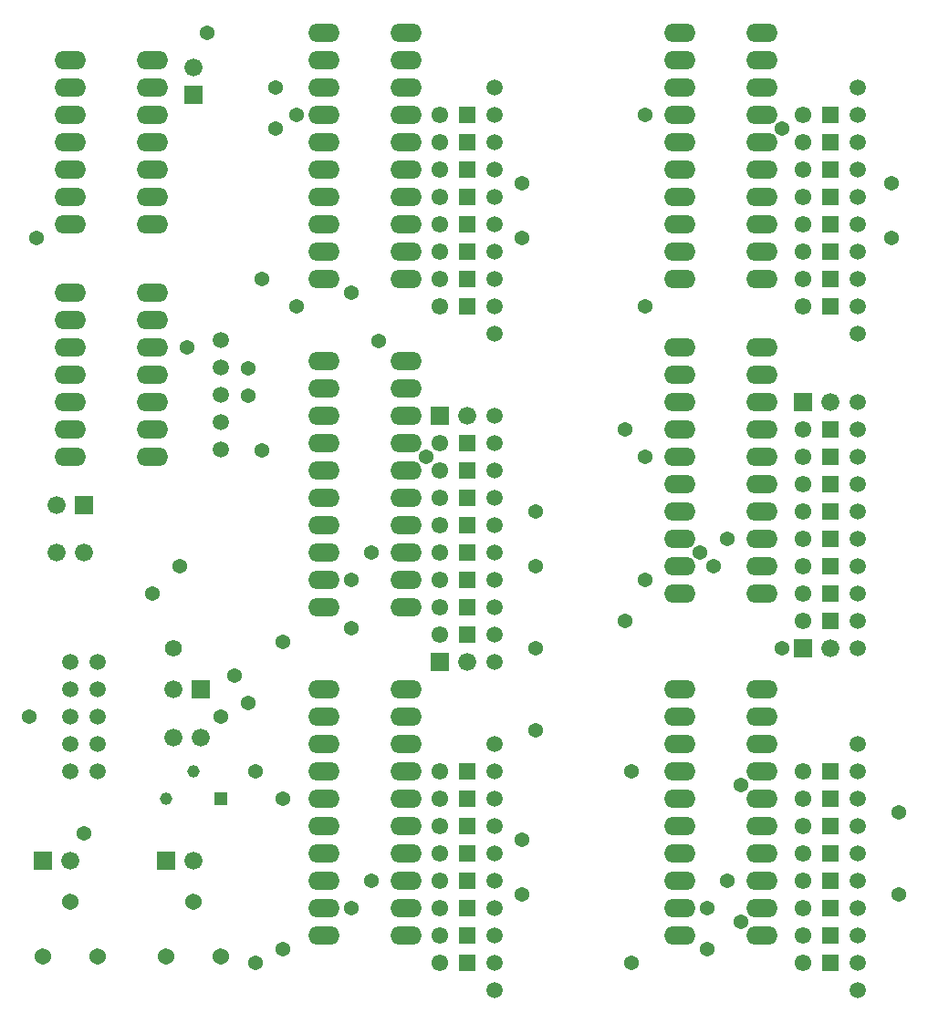
<source format=gbr>
G04 DesignSpark PCB Gerber Version 10.0 Build 5299*
G04 #@! TF.Part,Single*
G04 #@! TF.FileFunction,Soldermask,Bot*
G04 #@! TF.FilePolarity,Negative*
%FSLAX35Y35*%
%MOIN*%
G04 #@! TA.AperFunction,ComponentPad*
%ADD84R,0.04600X0.04600*%
%ADD89R,0.06100X0.06100*%
%ADD82R,0.06600X0.06600*%
%ADD85C,0.04600*%
G04 #@! TA.AperFunction,ViaPad*
%ADD79C,0.05400*%
G04 #@! TA.AperFunction,ComponentPad*
%ADD88C,0.05876*%
%ADD81C,0.05974*%
%ADD87C,0.06033*%
%ADD90C,0.06100*%
G04 #@! TA.AperFunction,ViaPad*
%ADD80C,0.06200*%
G04 #@! TA.AperFunction,ComponentPad*
%ADD83C,0.06600*%
%ADD86O,0.11600X0.06600*%
G04 #@! TD.AperFunction*
X0Y0D02*
D02*
D79*
X20250Y112750D03*
X22750Y287750D03*
X40250Y70250D03*
X65250Y157750D03*
X75250Y167750D03*
X77750Y247750D03*
X85250Y362750D03*
X90250Y112750D03*
X95250Y127750D03*
X100250Y117750D03*
Y230250D03*
Y240250D03*
X102750Y22750D03*
Y92750D03*
X105250Y210250D03*
Y272750D03*
X110250Y327750D03*
Y342750D03*
X112750Y27750D03*
Y82750D03*
Y140250D03*
X117750Y262750D03*
Y332750D03*
X137750Y42750D03*
Y145250D03*
Y162750D03*
Y267750D03*
X145250Y52750D03*
Y172750D03*
X147750Y250250D03*
X165250Y207750D03*
X200250Y47750D03*
Y67750D03*
Y287750D03*
Y307750D03*
X205250Y107750D03*
Y137750D03*
Y167750D03*
Y187750D03*
X237750Y147750D03*
Y217750D03*
X240250Y22750D03*
Y92750D03*
X245250Y162750D03*
Y207750D03*
Y262750D03*
Y332750D03*
X265250Y172750D03*
X267750Y27750D03*
Y42750D03*
X270250Y167750D03*
X275250Y52750D03*
Y177750D03*
X280250Y37750D03*
Y87750D03*
X295250Y137750D03*
Y327750D03*
X335250Y287750D03*
Y307750D03*
X337750Y47750D03*
Y77750D03*
D02*
D80*
X72750Y137750D03*
D02*
D81*
X35250Y92750D03*
Y102750D03*
Y112750D03*
Y122750D03*
Y132750D03*
X45250Y92750D03*
Y102750D03*
Y112750D03*
Y122750D03*
Y132750D03*
D02*
D82*
X25250Y60250D03*
X40250Y190250D03*
X70250Y60250D03*
X80250Y340250D03*
X82750Y122750D03*
X170250Y132750D03*
Y222750D03*
X302750Y137750D03*
Y227750D03*
D02*
D83*
X30250Y172750D03*
Y190250D03*
X35250Y60250D03*
X40250Y172750D03*
X72750Y105250D03*
Y122750D03*
X80250Y60250D03*
Y350250D03*
X82750Y105250D03*
X180250Y132750D03*
Y222750D03*
X312750Y137750D03*
Y227750D03*
D02*
D84*
X90250Y82750D03*
D02*
D85*
X70250D03*
X80250Y92750D03*
D02*
D86*
X35250Y207750D03*
Y217750D03*
Y227750D03*
Y237750D03*
Y247750D03*
Y257750D03*
Y267750D03*
Y292750D03*
Y302750D03*
Y312750D03*
Y322750D03*
Y332750D03*
Y342750D03*
Y352750D03*
X65250Y207750D03*
Y217750D03*
Y227750D03*
Y237750D03*
Y247750D03*
Y257750D03*
Y267750D03*
Y292750D03*
Y302750D03*
Y312750D03*
Y322750D03*
Y332750D03*
Y342750D03*
Y352750D03*
X127750Y32750D03*
Y42750D03*
Y52750D03*
Y62750D03*
Y72750D03*
Y82750D03*
Y92750D03*
Y102750D03*
Y112750D03*
Y122750D03*
Y152750D03*
Y162750D03*
Y172750D03*
Y182750D03*
Y192750D03*
Y202750D03*
Y212750D03*
Y222750D03*
Y232750D03*
Y242750D03*
Y272750D03*
Y282750D03*
Y292750D03*
Y302750D03*
Y312750D03*
Y322750D03*
Y332750D03*
Y342750D03*
Y352750D03*
Y362750D03*
X157750Y32750D03*
Y42750D03*
Y52750D03*
Y62750D03*
Y72750D03*
Y82750D03*
Y92750D03*
Y102750D03*
Y112750D03*
Y122750D03*
Y152750D03*
Y162750D03*
Y172750D03*
Y182750D03*
Y192750D03*
Y202750D03*
Y212750D03*
Y222750D03*
Y232750D03*
Y242750D03*
Y272750D03*
Y282750D03*
Y292750D03*
Y302750D03*
Y312750D03*
Y322750D03*
Y332750D03*
Y342750D03*
Y352750D03*
Y362750D03*
X257750Y32750D03*
Y42750D03*
Y52750D03*
Y62750D03*
Y72750D03*
Y82750D03*
Y92750D03*
Y102750D03*
Y112750D03*
Y122750D03*
Y157750D03*
Y167750D03*
Y177750D03*
Y187750D03*
Y197750D03*
Y207750D03*
Y217750D03*
Y227750D03*
Y237750D03*
Y247750D03*
Y272750D03*
Y282750D03*
Y292750D03*
Y302750D03*
Y312750D03*
Y322750D03*
Y332750D03*
Y342750D03*
Y352750D03*
Y362750D03*
X287750Y32750D03*
Y42750D03*
Y52750D03*
Y62750D03*
Y72750D03*
Y82750D03*
Y92750D03*
Y102750D03*
Y112750D03*
Y122750D03*
Y157750D03*
Y167750D03*
Y177750D03*
Y187750D03*
Y197750D03*
Y207750D03*
Y217750D03*
Y227750D03*
Y237750D03*
Y247750D03*
Y272750D03*
Y282750D03*
Y292750D03*
Y302750D03*
Y312750D03*
Y322750D03*
Y332750D03*
Y342750D03*
Y352750D03*
Y362750D03*
D02*
D87*
X25250Y25250D03*
X35250Y45250D03*
X45250Y25250D03*
X70250D03*
X80250Y45250D03*
X90250Y25250D03*
D02*
D88*
Y210368D03*
Y220368D03*
Y230368D03*
Y240368D03*
Y250368D03*
X190250Y12632D03*
Y22632D03*
Y32632D03*
Y42632D03*
Y52632D03*
Y62868D03*
Y72868D03*
Y82868D03*
Y92868D03*
Y102868D03*
Y132632D03*
Y142632D03*
Y152632D03*
Y162632D03*
Y172632D03*
Y182868D03*
Y192868D03*
Y202868D03*
Y212868D03*
Y222868D03*
Y252632D03*
Y262632D03*
Y272632D03*
Y282632D03*
Y292632D03*
Y302868D03*
Y312868D03*
Y322868D03*
Y332868D03*
Y342868D03*
X322750Y12632D03*
Y22632D03*
Y32632D03*
Y42632D03*
Y52632D03*
Y62868D03*
Y72868D03*
Y82868D03*
Y92868D03*
Y102868D03*
Y137632D03*
Y147632D03*
Y157632D03*
Y167632D03*
Y177632D03*
Y187868D03*
Y197868D03*
Y207868D03*
Y217868D03*
Y227868D03*
Y252632D03*
Y262632D03*
Y272632D03*
Y282632D03*
Y292632D03*
Y302868D03*
Y312868D03*
Y322868D03*
Y332868D03*
Y342868D03*
D02*
D89*
X180250Y22750D03*
Y32750D03*
Y42750D03*
Y52750D03*
Y62750D03*
Y72750D03*
Y82750D03*
Y92750D03*
Y142750D03*
Y152750D03*
Y162750D03*
Y172750D03*
Y182750D03*
Y192750D03*
Y202750D03*
Y212750D03*
Y262750D03*
Y272750D03*
Y282750D03*
Y292750D03*
Y302750D03*
Y312750D03*
Y322750D03*
Y332750D03*
X312750Y22750D03*
Y32750D03*
Y42750D03*
Y52750D03*
Y62750D03*
Y72750D03*
Y82750D03*
Y92750D03*
Y147750D03*
Y157750D03*
Y167750D03*
Y177750D03*
Y187750D03*
Y197750D03*
Y207750D03*
Y217750D03*
Y262750D03*
Y272750D03*
Y282750D03*
Y292750D03*
Y302750D03*
Y312750D03*
Y322750D03*
Y332750D03*
D02*
D90*
X170250Y22750D03*
Y32750D03*
Y42750D03*
Y52750D03*
Y62750D03*
Y72750D03*
Y82750D03*
Y92750D03*
Y142750D03*
Y152750D03*
Y162750D03*
Y172750D03*
Y182750D03*
Y192750D03*
Y202750D03*
Y212750D03*
Y262750D03*
Y272750D03*
Y282750D03*
Y292750D03*
Y302750D03*
Y312750D03*
Y322750D03*
Y332750D03*
X302750Y22750D03*
Y32750D03*
Y42750D03*
Y52750D03*
Y62750D03*
Y72750D03*
Y82750D03*
Y92750D03*
Y147750D03*
Y157750D03*
Y167750D03*
Y177750D03*
Y187750D03*
Y197750D03*
Y207750D03*
Y217750D03*
Y262750D03*
Y272750D03*
Y282750D03*
Y292750D03*
Y302750D03*
Y312750D03*
Y322750D03*
Y332750D03*
X0Y0D02*
M02*

</source>
